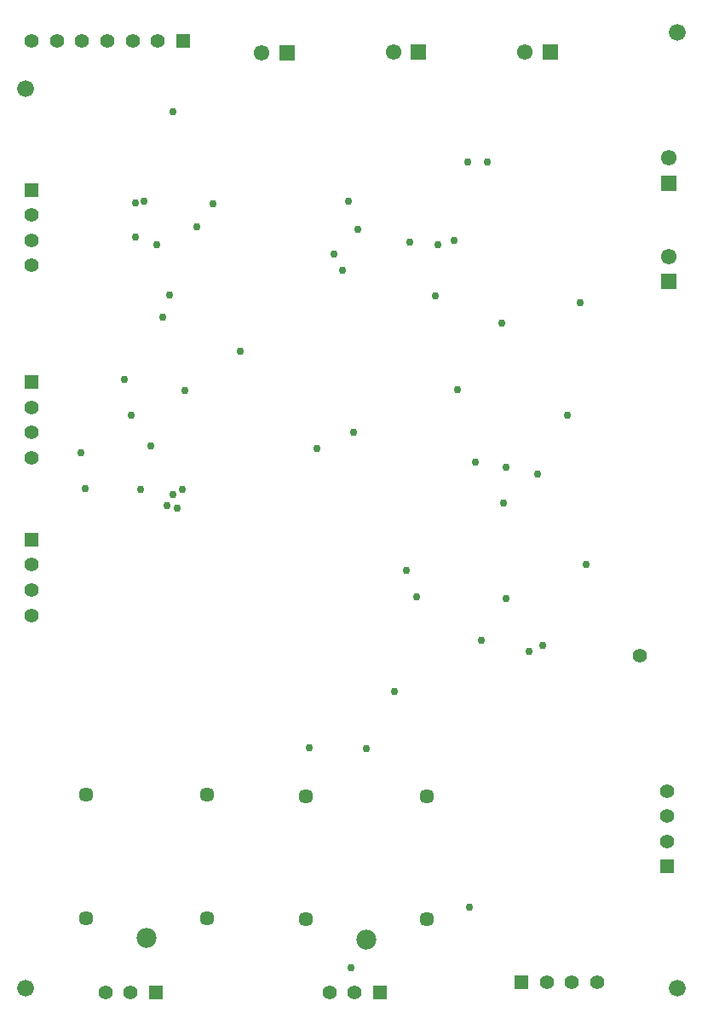
<source format=gbs>
G04*
G04 #@! TF.GenerationSoftware,Altium Limited,Altium Designer,22.1.2 (22)*
G04*
G04 Layer_Color=16711935*
%FSLAX25Y25*%
%MOIN*%
G70*
G04*
G04 #@! TF.SameCoordinates,9BB02E8B-A7E0-4FF3-B7F6-0A232C0EF0B8*
G04*
G04*
G04 #@! TF.FilePolarity,Negative*
G04*
G01*
G75*
%ADD80C,0.06591*%
%ADD81R,0.06102X0.06102*%
%ADD82C,0.06102*%
%ADD83R,0.05512X0.05512*%
%ADD84C,0.05512*%
%ADD85C,0.05709*%
%ADD86C,0.07835*%
%ADD87R,0.05512X0.05512*%
%ADD88R,0.06102X0.06102*%
%ADD89C,0.02953*%
%ADD90C,0.05591*%
D80*
X114000Y464500D02*
D03*
Y113000D02*
D03*
X369000D02*
D03*
Y486500D02*
D03*
D81*
X365933Y427579D02*
D03*
Y389079D02*
D03*
D82*
Y437421D02*
D03*
Y398921D02*
D03*
X206657Y478500D02*
D03*
X258118Y478933D02*
D03*
X309579D02*
D03*
D83*
X252715Y111197D02*
D03*
X165149Y111197D02*
D03*
X175685Y483224D02*
D03*
X308236Y115134D02*
D03*
D84*
X242872Y111197D02*
D03*
X233030D02*
D03*
X155307Y111197D02*
D03*
X145464D02*
D03*
X165843Y483224D02*
D03*
X156000D02*
D03*
X146157D02*
D03*
X136315D02*
D03*
X126472D02*
D03*
X116630D02*
D03*
X116567Y320236D02*
D03*
Y330079D02*
D03*
Y339921D02*
D03*
X365000Y170315D02*
D03*
Y180157D02*
D03*
Y190000D02*
D03*
X318079Y115134D02*
D03*
X327921D02*
D03*
X337764D02*
D03*
X116567Y278421D02*
D03*
Y268579D02*
D03*
Y258736D02*
D03*
Y415185D02*
D03*
Y405343D02*
D03*
Y395500D02*
D03*
D85*
X185122Y188406D02*
D03*
X137878D02*
D03*
X185122Y140374D02*
D03*
X137878D02*
D03*
X271122Y187906D02*
D03*
X223878D02*
D03*
X271122Y139874D02*
D03*
X223878D02*
D03*
D86*
X161500Y132500D02*
D03*
X247500Y132000D02*
D03*
D87*
X116567Y349764D02*
D03*
X365000Y160472D02*
D03*
X116567Y288264D02*
D03*
Y425028D02*
D03*
D88*
X216500Y478500D02*
D03*
X267961Y478933D02*
D03*
X319421D02*
D03*
D89*
X241430Y120863D02*
D03*
X287681Y144500D02*
D03*
X267000Y266000D02*
D03*
X331000Y381000D02*
D03*
X175500Y308000D02*
D03*
X171700Y305819D02*
D03*
X173500Y300500D02*
D03*
X169500Y301500D02*
D03*
X163000Y325000D02*
D03*
X275619Y403500D02*
D03*
X281700Y405400D02*
D03*
X238000Y393500D02*
D03*
X198000Y362000D02*
D03*
X170500Y384000D02*
D03*
X294973Y436027D02*
D03*
X287000Y436000D02*
D03*
X240500Y420500D02*
D03*
X244000Y409500D02*
D03*
X264500Y404500D02*
D03*
X326000Y337000D02*
D03*
X333500Y278500D02*
D03*
X302000Y316500D02*
D03*
X157000Y420000D02*
D03*
X160500Y420500D02*
D03*
X187500Y419500D02*
D03*
X157000Y406500D02*
D03*
X159000Y308000D02*
D03*
X135761Y322261D02*
D03*
X155500Y337000D02*
D03*
X225000Y207000D02*
D03*
X247500Y206500D02*
D03*
X292500Y249000D02*
D03*
X316500Y247000D02*
D03*
X263200Y276187D02*
D03*
X258500Y229000D02*
D03*
X176500Y346500D02*
D03*
X228000Y324000D02*
D03*
X290000Y318681D02*
D03*
X165523Y403500D02*
D03*
X274647Y383453D02*
D03*
X137400Y308100D02*
D03*
X171700Y455500D02*
D03*
X311000Y244500D02*
D03*
X283200Y346800D02*
D03*
X167800Y375330D02*
D03*
X302000Y265400D02*
D03*
X301300Y302500D02*
D03*
X181016Y410700D02*
D03*
X234800Y399800D02*
D03*
X300600Y373000D02*
D03*
X152800Y351017D02*
D03*
X242400Y330200D02*
D03*
X314394Y313894D02*
D03*
D90*
X354500Y243000D02*
D03*
M02*

</source>
